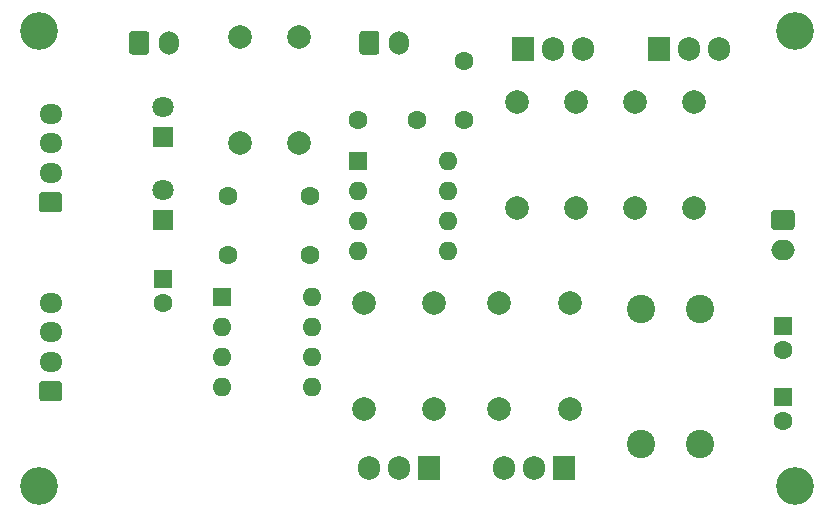
<source format=gbr>
G04 #@! TF.GenerationSoftware,KiCad,Pcbnew,(5.1.7)-1*
G04 #@! TF.CreationDate,2021-05-17T18:14:54+01:00*
G04 #@! TF.ProjectId,driver,64726976-6572-42e6-9b69-6361645f7063,rev?*
G04 #@! TF.SameCoordinates,Original*
G04 #@! TF.FileFunction,Soldermask,Bot*
G04 #@! TF.FilePolarity,Negative*
%FSLAX46Y46*%
G04 Gerber Fmt 4.6, Leading zero omitted, Abs format (unit mm)*
G04 Created by KiCad (PCBNEW (5.1.7)-1) date 2021-05-17 18:14:54*
%MOMM*%
%LPD*%
G01*
G04 APERTURE LIST*
%ADD10O,1.700000X2.000000*%
%ADD11C,3.200000*%
%ADD12O,1.600000X1.600000*%
%ADD13R,1.600000X1.600000*%
%ADD14C,2.000000*%
%ADD15O,1.905000X2.000000*%
%ADD16R,1.905000X2.000000*%
%ADD17C,2.400000*%
%ADD18O,2.000000X1.700000*%
%ADD19O,1.950000X1.700000*%
%ADD20C,1.800000*%
%ADD21R,1.800000X1.800000*%
%ADD22C,1.600000*%
G04 APERTURE END LIST*
D10*
X158000000Y-75500000D03*
G36*
G01*
X154650000Y-76250000D02*
X154650000Y-74750000D01*
G75*
G02*
X154900000Y-74500000I250000J0D01*
G01*
X156100000Y-74500000D01*
G75*
G02*
X156350000Y-74750000I0J-250000D01*
G01*
X156350000Y-76250000D01*
G75*
G02*
X156100000Y-76500000I-250000J0D01*
G01*
X154900000Y-76500000D01*
G75*
G02*
X154650000Y-76250000I0J250000D01*
G01*
G37*
D11*
X127500000Y-113000000D03*
X127500000Y-74500000D03*
X191500000Y-74500000D03*
X191500000Y-113000000D03*
D12*
X162120000Y-85500000D03*
X154500000Y-93120000D03*
X162120000Y-88040000D03*
X154500000Y-90580000D03*
X162120000Y-90580000D03*
X154500000Y-88040000D03*
X162120000Y-93120000D03*
D13*
X154500000Y-85500000D03*
D12*
X150620000Y-97000000D03*
X143000000Y-104620000D03*
X150620000Y-99540000D03*
X143000000Y-102080000D03*
X150620000Y-102080000D03*
X143000000Y-99540000D03*
X150620000Y-104620000D03*
D13*
X143000000Y-97000000D03*
D14*
X149500000Y-75000000D03*
X149500000Y-84000000D03*
X144500000Y-84000000D03*
X144500000Y-75000000D03*
X183000000Y-80500000D03*
X183000000Y-89500000D03*
X172500000Y-106500000D03*
X172500000Y-97500000D03*
X178000000Y-80500000D03*
X178000000Y-89500000D03*
X166500000Y-106500000D03*
X166500000Y-97500000D03*
X168000000Y-80500000D03*
X168000000Y-89500000D03*
X161000000Y-106500000D03*
X161000000Y-97500000D03*
X173000000Y-89500000D03*
X173000000Y-80500000D03*
X155000000Y-106500000D03*
X155000000Y-97500000D03*
D15*
X185080000Y-76000000D03*
X182540000Y-76000000D03*
D16*
X180000000Y-76000000D03*
D15*
X166920000Y-111500000D03*
X169460000Y-111500000D03*
D16*
X172000000Y-111500000D03*
D15*
X173580000Y-76000000D03*
X171040000Y-76000000D03*
D16*
X168500000Y-76000000D03*
D15*
X155420000Y-111500000D03*
X157960000Y-111500000D03*
D16*
X160500000Y-111500000D03*
D17*
X183500000Y-98000000D03*
X178500000Y-98000000D03*
X183500000Y-109500000D03*
X178500000Y-109500000D03*
D18*
X190500000Y-93000000D03*
G36*
G01*
X189750000Y-89650000D02*
X191250000Y-89650000D01*
G75*
G02*
X191500000Y-89900000I0J-250000D01*
G01*
X191500000Y-91100000D01*
G75*
G02*
X191250000Y-91350000I-250000J0D01*
G01*
X189750000Y-91350000D01*
G75*
G02*
X189500000Y-91100000I0J250000D01*
G01*
X189500000Y-89900000D01*
G75*
G02*
X189750000Y-89650000I250000J0D01*
G01*
G37*
D19*
X128500000Y-97500000D03*
X128500000Y-100000000D03*
X128500000Y-102500000D03*
G36*
G01*
X129225000Y-105850000D02*
X127775000Y-105850000D01*
G75*
G02*
X127525000Y-105600000I0J250000D01*
G01*
X127525000Y-104400000D01*
G75*
G02*
X127775000Y-104150000I250000J0D01*
G01*
X129225000Y-104150000D01*
G75*
G02*
X129475000Y-104400000I0J-250000D01*
G01*
X129475000Y-105600000D01*
G75*
G02*
X129225000Y-105850000I-250000J0D01*
G01*
G37*
X128500000Y-81500000D03*
X128500000Y-84000000D03*
X128500000Y-86500000D03*
G36*
G01*
X129225000Y-89850000D02*
X127775000Y-89850000D01*
G75*
G02*
X127525000Y-89600000I0J250000D01*
G01*
X127525000Y-88400000D01*
G75*
G02*
X127775000Y-88150000I250000J0D01*
G01*
X129225000Y-88150000D01*
G75*
G02*
X129475000Y-88400000I0J-250000D01*
G01*
X129475000Y-89600000D01*
G75*
G02*
X129225000Y-89850000I-250000J0D01*
G01*
G37*
D10*
X138500000Y-75500000D03*
G36*
G01*
X135150000Y-76250000D02*
X135150000Y-74750000D01*
G75*
G02*
X135400000Y-74500000I250000J0D01*
G01*
X136600000Y-74500000D01*
G75*
G02*
X136850000Y-74750000I0J-250000D01*
G01*
X136850000Y-76250000D01*
G75*
G02*
X136600000Y-76500000I-250000J0D01*
G01*
X135400000Y-76500000D01*
G75*
G02*
X135150000Y-76250000I0J250000D01*
G01*
G37*
D20*
X138000000Y-87960000D03*
D21*
X138000000Y-90500000D03*
D20*
X138000000Y-80960000D03*
D21*
X138000000Y-83500000D03*
D22*
X159500000Y-82000000D03*
X154500000Y-82000000D03*
X150500000Y-88500000D03*
X150500000Y-93500000D03*
X190500000Y-101500000D03*
D13*
X190500000Y-99500000D03*
D22*
X190500000Y-107500000D03*
D13*
X190500000Y-105500000D03*
D22*
X163500000Y-77000000D03*
X163500000Y-82000000D03*
X143500000Y-88500000D03*
X143500000Y-93500000D03*
D13*
X138000000Y-95500000D03*
D22*
X138000000Y-97500000D03*
M02*

</source>
